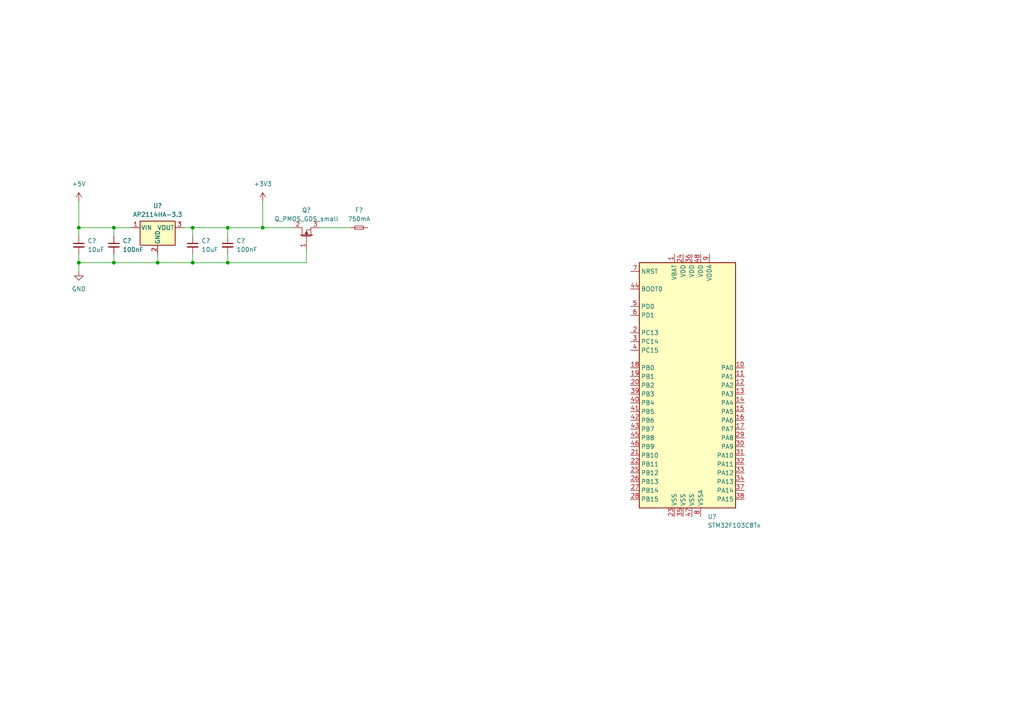
<source format=kicad_sch>
(kicad_sch (version 20211123) (generator eeschema)
  (paper "A4")
  (lib_symbols
    (symbol "Device:C_Small" (pin_numbers hide) (pin_names (offset 0.254) hide)
      (property "Reference" "C" (at 0.254 1.778 0))
      (property "Value" "C_Small" (at 0.254 -2.032 0))
      (symbol "C_Small_0_1"
        (polyline (pts (xy -1.524 -0.508) (xy 1.524 -0.508)) (stroke (width 0.3302)))
        (polyline (pts (xy -1.524 0.508) (xy 1.524 0.508)) (stroke (width 0.3048)))
      )
      (symbol "C_Small_1_1"
        (pin passive line (at 0 2.54 270) (length 2.032) (name "~") (number "1"))
        (pin passive line (at 0 -2.54 90) (length 2.032) (name "~") (number "2"))
      )
    )
    (symbol "Device:Fuse_Small" (pin_numbers hide) (pin_names (offset 0.254) hide)
      (property "Reference" "F" (at 0 -1.524 0))
      (property "Value" "Fuse_Small" (at 0 1.524 0))
      (symbol "Fuse_Small_0_1"
        (rectangle (start -1.27 0.508) (end 1.27 -0.508))
        (polyline (pts (xy -1.27 0) (xy 1.27 0)))
      )
      (symbol "Fuse_Small_1_1"
        (pin passive line (at -2.54 0 0) (length 1.27) (name "~") (number "1"))
        (pin passive line (at 2.54 0 180) (length 1.27) (name "~") (number "2"))
      )
    )
    (symbol "MCU_ST_STM32F1:STM32F103C8Tx"
      (property "Reference" "U" (at -15.24 36.83 0))
      (property "Value" "STM32F103C8Tx" (at 7.62 36.83 0))
      (symbol "STM32F103C8Tx_0_1"
        (rectangle (start -15.24 -35.56) (end 12.7 35.56) (stroke (width 0.254)) (fill (type background)))
      )
      (symbol "STM32F103C8Tx_1_1"
        (pin power_in line (at -5.08 38.1 270) (length 2.54) (name "VBAT") (number "1"))
        (pin bidirectional line (at 15.24 5.08 180) (length 2.54) (name "PA0") (number "10"))
        (pin bidirectional line (at 15.24 2.54 180) (length 2.54) (name "PA1") (number "11"))
        (pin bidirectional line (at 15.24 0 180) (length 2.54) (name "PA2") (number "12"))
        (pin bidirectional line (at 15.24 -2.54 180) (length 2.54) (name "PA3") (number "13"))
        (pin bidirectional line (at 15.24 -5.08 180) (length 2.54) (name "PA4") (number "14"))
        (pin bidirectional line (at 15.24 -7.62 180) (length 2.54) (name "PA5") (number "15"))
        (pin bidirectional line (at 15.24 -10.16 180) (length 2.54) (name "PA6") (number "16"))
        (pin bidirectional line (at 15.24 -12.7 180) (length 2.54) (name "PA7") (number "17"))
        (pin bidirectional line (at -17.78 5.08 0) (length 2.54) (name "PB0") (number "18"))
        (pin bidirectional line (at -17.78 2.54 0) (length 2.54) (name "PB1") (number "19"))
        (pin bidirectional line (at -17.78 15.24 0) (length 2.54) (name "PC13") (number "2"))
        (pin bidirectional line (at -17.78 0 0) (length 2.54) (name "PB2") (number "20"))
        (pin bidirectional line (at -17.78 -20.32 0) (length 2.54) (name "PB10") (number "21"))
        (pin bidirectional line (at -17.78 -22.86 0) (length 2.54) (name "PB11") (number "22"))
        (pin power_in line (at -5.08 -38.1 90) (length 2.54) (name "VSS") (number "23"))
        (pin power_in line (at -2.54 38.1 270) (length 2.54) (name "VDD") (number "24"))
        (pin bidirectional line (at -17.78 -25.4 0) (length 2.54) (name "PB12") (number "25"))
        (pin bidirectional line (at -17.78 -27.94 0) (length 2.54) (name "PB13") (number "26"))
        (pin bidirectional line (at -17.78 -30.48 0) (length 2.54) (name "PB14") (number "27"))
        (pin bidirectional line (at -17.78 -33.02 0) (length 2.54) (name "PB15") (number "28"))
        (pin bidirectional line (at 15.24 -15.24 180) (length 2.54) (name "PA8") (number "29"))
        (pin bidirectional line (at -17.78 12.7 0) (length 2.54) (name "PC14") (number "3"))
        (pin bidirectional line (at 15.24 -17.78 180) (length 2.54) (name "PA9") (number "30"))
        (pin bidirectional line (at 15.24 -20.32 180) (length 2.54) (name "PA10") (number "31"))
        (pin bidirectional line (at 15.24 -22.86 180) (length 2.54) (name "PA11") (number "32"))
        (pin bidirectional line (at 15.24 -25.4 180) (length 2.54) (name "PA12") (number "33"))
        (pin bidirectional line (at 15.24 -27.94 180) (length 2.54) (name "PA13") (number "34"))
        (pin power_in line (at -2.54 -38.1 90) (length 2.54) (name "VSS") (number "35"))
        (pin power_in line (at 0 38.1 270) (length 2.54) (name "VDD") (number "36"))
        (pin bidirectional line (at 15.24 -30.48 180) (length 2.54) (name "PA14") (number "37"))
        (pin bidirectional line (at 15.24 -33.02 180) (length 2.54) (name "PA15") (number "38"))
        (pin bidirectional line (at -17.78 -2.54 0) (length 2.54) (name "PB3") (number "39"))
        (pin bidirectional line (at -17.78 10.16 0) (length 2.54) (name "PC15") (number "4"))
        (pin bidirectional line (at -17.78 -5.08 0) (length 2.54) (name "PB4") (number "40"))
        (pin bidirectional line (at -17.78 -7.62 0) (length 2.54) (name "PB5") (number "41"))
        (pin bidirectional line (at -17.78 -10.16 0) (length 2.54) (name "PB6") (number "42"))
        (pin bidirectional line (at -17.78 -12.7 0) (length 2.54) (name "PB7") (number "43"))
        (pin input line (at -17.78 27.94 0) (length 2.54) (name "BOOT0") (number "44"))
        (pin bidirectional line (at -17.78 -15.24 0) (length 2.54) (name "PB8") (number "45"))
        (pin bidirectional line (at -17.78 -17.78 0) (length 2.54) (name "PB9") (number "46"))
        (pin power_in line (at 0 -38.1 90) (length 2.54) (name "VSS") (number "47"))
        (pin power_in line (at 2.54 38.1 270) (length 2.54) (name "VDD") (number "48"))
        (pin input line (at -17.78 22.86 0) (length 2.54) (name "PD0") (number "5"))
        (pin input line (at -17.78 20.32 0) (length 2.54) (name "PD1") (number "6"))
        (pin input line (at -17.78 33.02 0) (length 2.54) (name "NRST") (number "7"))
        (pin power_in line (at 2.54 -38.1 90) (length 2.54) (name "VSSA") (number "8"))
        (pin power_in line (at 5.08 38.1 270) (length 2.54) (name "VDDA") (number "9"))
      )
    )
    (symbol "STM32F103_uC:AP2114HA-3.3TRG1" (pin_names (offset 0.254))
      (property "Reference" "U" (at -3.81 3.175 0))
      (property "Value" "AP2114HA-3.3TRG1" (at 0 3.175 0))
      (symbol "AP2114HA-3.3TRG1_0_1"
        (rectangle (start -5.08 -5.08) (end 5.08 1.905) (stroke (width 0.254)) (fill (type background)))
      )
      (symbol "AP2114HA-3.3TRG1_1_1"
        (pin power_in line (at -7.62 0 0) (length 2.54) (name "VIN") (number "1"))
        (pin power_in line (at 0 -7.62 90) (length 2.54) (name "GND") (number "2"))
        (pin power_out line (at 7.62 0 180) (length 2.54) (name "VOUT") (number "3"))
      )
    )
    (symbol "STM32F103_uC:Q_PMOS_GDS_small"
      (property "Reference" "Q" (at 3.937 1.27 0))
      (property "Value" "Q_PMOS_GDS_small" (at 12.446 -1.27 0))
      (symbol "Q_PMOS_GDS_small_0_1"
        (polyline (pts (xy -1.27 0) (xy 0 0)) (stroke (width 0.1524)))
        (polyline (pts (xy 0 1.27) (xy 0 -1.27)) (stroke (width 0.1524)))
        (polyline (pts (xy 0.381 0) (xy 1.27 0)) (stroke (width 0.1524)))
        (polyline (pts (xy 0.381 1.27) (xy 1.27 1.27)) (stroke (width 0.1524)))
        (polyline (pts (xy 0.381 1.651) (xy 0.381 -1.651)) (stroke (width 0.3048)))
        (polyline (pts (xy 1.27 1.27) (xy 2.54 1.27)) (stroke (width 0.1524)))
        (polyline (pts (xy 2.54 -1.27) (xy 1.905 -1.27)) (stroke (width 0.1524)))
        (polyline (pts (xy 0.381 -1.27) (xy 1.905 -1.27) (xy 1.905 0) (xy 1.27 0)) (stroke (width 0.1524)))
        (polyline (pts (xy 1.524 0) (xy 0.762 0.381) (xy 0.762 -0.381) (xy 1.524 0)) (stroke (width 0.1524)) (fill (type outline)))
      )
      (symbol "Q_PMOS_GDS_small_1_1"
        (pin passive line (at -3.81 0 0) (length 2.54) (name "") (number "1"))
        (pin passive line (at 2.54 3.81 270) (length 2.54) (name "") (number "2"))
        (pin passive line (at 2.54 -3.81 90) (length 2.54) (name "") (number "3"))
      )
    )
    (symbol "power:+3.3V" (power) (pin_names (offset 0))
      (property "Value" "+3.3V" (at 0 3.556 0))
      (symbol "+3.3V_0_1"
        (polyline (pts (xy -0.762 1.27) (xy 0 2.54)))
        (polyline (pts (xy 0 0) (xy 0 2.54)))
        (polyline (pts (xy 0 2.54) (xy 0.762 1.27)))
      )
      (symbol "+3.3V_1_1"
        (pin power_in line (at 0 0 90) (length 0) hide (name "+3V3") (number "1"))
      )
    )
    (symbol "power:+5V" (power) (pin_names (offset 0))
      (property "Value" "+5V" (at 0 3.556 0))
      (symbol "+5V_0_1"
        (polyline (pts (xy -0.762 1.27) (xy 0 2.54)))
        (polyline (pts (xy 0 0) (xy 0 2.54)))
        (polyline (pts (xy 0 2.54) (xy 0.762 1.27)))
      )
      (symbol "+5V_1_1"
        (pin power_in line (at 0 0 90) (length 0) hide (name "+5V") (number "1"))
      )
    )
    (symbol "power:GND" (power) (pin_names (offset 0))
      (property "Value" "GND" (at 0 -3.81 0))
      (symbol "GND_0_1"
        (polyline (pts (xy 0 0) (xy 0 -1.27) (xy 1.27 -1.27) (xy 0 -2.54) (xy -1.27 -1.27) (xy 0 -1.27)))
      )
      (symbol "GND_1_1"
        (pin power_in line (at 0 0 270) (length 0) hide (name "GND") (number "1"))
      )
    )
  )
  (junction (at 55.88 76.2))
  (junction (at 66.04 76.2))
  (junction (at 66.04 66.04))
  (junction (at 33.02 76.2))
  (junction (at 22.86 66.04))
  (junction (at 33.02 66.04))
  (junction (at 22.86 76.2))
  (junction (at 55.88 66.04))
  (junction (at 45.72 76.2))
  (junction (at 76.2 66.04))
  (wire (pts (xy 22.86 76.2) (xy 33.02 76.2)))
  (wire (pts (xy 55.88 66.04) (xy 53.34 66.04)))
  (wire (pts (xy 76.2 58.42) (xy 76.2 66.04)))
  (wire (pts (xy 45.72 73.66) (xy 45.72 76.2)))
  (wire (pts (xy 76.2 66.04) (xy 85.09 66.04)))
  (wire (pts (xy 55.88 76.2) (xy 66.04 76.2)))
  (wire (pts (xy 55.88 76.2) (xy 45.72 76.2)))
  (wire (pts (xy 33.02 76.2) (xy 45.72 76.2)))
  (wire (pts (xy 22.86 66.04) (xy 22.86 68.58)))
  (wire (pts (xy 33.02 73.66) (xy 33.02 76.2)))
  (wire (pts (xy 22.86 58.42) (xy 22.86 66.04)))
  (wire (pts (xy 66.04 66.04) (xy 66.04 68.58)))
  (wire (pts (xy 92.71 66.04) (xy 101.6 66.04)))
  (wire (pts (xy 55.88 73.66) (xy 55.88 76.2)))
  (wire (pts (xy 33.02 66.04) (xy 38.1 66.04)))
  (wire (pts (xy 66.04 73.66) (xy 66.04 76.2)))
  (wire (pts (xy 66.04 66.04) (xy 76.2 66.04)))
  (wire (pts (xy 88.9 72.39) (xy 88.9 76.2)))
  (wire (pts (xy 33.02 66.04) (xy 33.02 68.58)))
  (wire (pts (xy 55.88 66.04) (xy 66.04 66.04)))
  (wire (pts (xy 22.86 76.2) (xy 22.86 78.74)))
  (wire (pts (xy 22.86 73.66) (xy 22.86 76.2)))
  (wire (pts (xy 33.02 66.04) (xy 22.86 66.04)))
  (wire (pts (xy 66.04 76.2) (xy 88.9 76.2)))
  (wire (pts (xy 55.88 66.04) (xy 55.88 68.58)))
  (symbol (lib_id "MCU_ST_STM32F1:STM32F103C8Tx") (at 200.66 111.76 0) (unit 1)
    (property "Reference" "U?" (at 205.2194 149.86 0) (effects (justify left)))
    (property "Value" "STM32F103C8Tx" (at 205.2194 152.4 0) (effects (justify left)))
    (property "Footprint" "Package_QFP:LQFP-48_7x7mm_P0.5mm" (effects hide))
    (property "Datasheet" "http://www.st.com/st-web-ui/static/active/en/resource/technical/document/datasheet/CD00161566.pdf" (effects hide))
  )
  (symbol (lib_id "power:+3.3V") (at 76.2 58.42 0) (unit 1)
    (property "Reference" "#PWR?" (effects hide))
    (property "Value" "+3.3V" (at 76.2 53.34 0))
  )
  (symbol (lib_id "power:+5V") (at 22.86 58.42 0) (unit 1)
    (property "Reference" "#PWR?" (effects hide))
    (property "Value" "+5V" (at 22.86 53.34 0))
  )
  (symbol (lib_id "power:GND") (at 22.86 78.74 0) (unit 1)
    (property "Reference" "#PWR?" (effects hide))
    (property "Value" "GND" (at 22.86 83.82 0))
  )
  (symbol (lib_id "Device:C_Small") (at 55.88 71.12 0) (unit 1)
    (property "Reference" "C?" (at 58.42 69.8562 0) (effects (justify left)))
    (property "Value" "10uF" (at 58.42 72.3962 0) (effects (justify left)))
  )
  (symbol (lib_id "STM32F103_uC:Q_PMOS_GDS_small") (at 88.9 68.58 90) (unit 1)
    (property "Reference" "Q?" (at 88.9 60.96 90))
    (property "Value" "Q_PMOS_GDS_small" (at 88.9 63.5 90))
  )
  (symbol (lib_id "STM32F103_uC:AP2114HA-3.3TRG1") (at 45.72 66.04 0) (unit 1)
    (property "Reference" "U?" (at 45.72 59.69 0))
    (property "Value" "AP2114HA-3.3" (at 45.72 62.23 0))
    (property "Footprint" "Package_TO_SOT_SMD:SOT-223-3_TabPin2" (effects hide))
    (property "Datasheet" "https://www.diodes.com/assets/Datasheets/AP2114.pdf" (effects hide))
  )
  (symbol (lib_id "Device:C_Small") (at 22.86 71.12 0) (unit 1)
    (property "Reference" "C?" (at 25.4 69.8562 0) (effects (justify left)))
    (property "Value" "10uF" (at 25.4 72.3962 0) (effects (justify left)))
  )
  (symbol (lib_id "Device:C_Small") (at 33.02 71.12 0) (unit 1)
    (property "Reference" "C?" (at 35.56 69.8562 0) (effects (justify left)))
    (property "Value" "100nF" (at 35.56 72.3962 0) (effects (justify left)))
  )
  (symbol (lib_id "Device:C_Small") (at 66.04 71.12 0) (unit 1)
    (property "Reference" "C?" (at 68.58 69.8562 0) (effects (justify left)))
    (property "Value" "100nF" (at 68.58 72.3962 0) (effects (justify left)))
  )
  (symbol (lib_id "Device:Fuse_Small") (at 104.14 66.04 0) (unit 1)
    (property "Reference" "F?" (at 104.14 60.96 0))
    (property "Value" "750mA" (at 104.14 63.5 0))
  )
)
</source>
